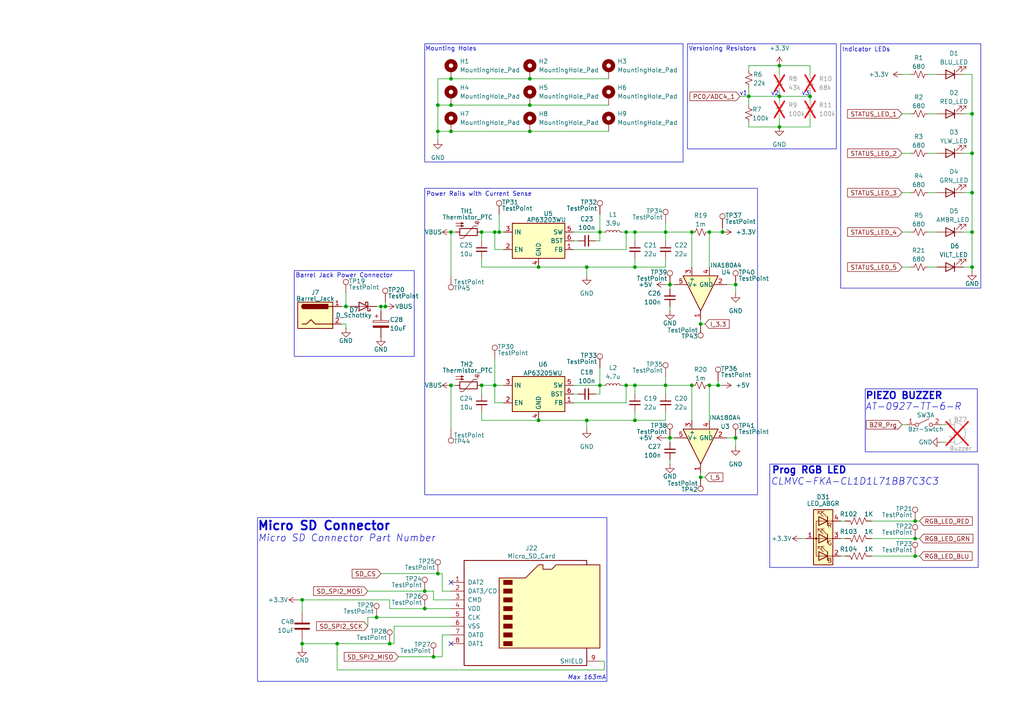
<source format=kicad_sch>
(kicad_sch (version 20250114) (generator "eeschema") (generator_version "9.0")
  (paper "A4")
  (rectangle (start 223.266 134.62) (end 283.718 164.592))
  (rectangle (start 297.434 172.974) (end 349.25 211.836))
  (rectangle (start 123.19 54.61) (end 219.71 143.51))
  (rectangle (start 74.676 150.114) (end 176.022 197.612))
  (rectangle (start 250.952 112.776) (end 283.464 131.064))
  (rectangle (start 85.344 78.486) (end 120.142 103.378))
  (rectangle (start 243.84 12.7) (end 284.48 83.566))
  (rectangle (start 199.39 12.7) (end 242.57 43.18))
  (rectangle (start 123.19 12.7) (end 198.12 46.99))
  (text "Power Rails with Current Sense" (at 138.938 56.388 0) (effects (font (size 1.27 1.27))))
  (text "AT-0927-TT-6-R" (at 250.952 119.253 0) (effects (font (size 2 2) (italic yes)) (justify left bottom)))
  (text "W25Q128JVP" (at 307.34 178.816 0) (effects (font (size 2.032 2.032) (italic yes))))
  (text "Flash Memory" (at 310.896 175.514 0) (effects (font (size 2.54 2.54) (thickness 0.508) (bold yes))))
  (text "CLMVC-FKA-CL1D1L71BB7C3C3" (at 223.52 140.97 0) (effects (font (size 2 2) (italic yes)) (justify left bottom)))
  (text "v1" (at 215.646 27.178 0) (effects (font (size 1.27 1.27))))
  (text "Mounting Holes" (at 130.81 14.224 0) (effects (font (size 1.27 1.27))))
  (text "Versioning Resistors" (at 209.55 14.224 0) (effects (font (size 1.27 1.27))))
  (text "Indicator LEDs" (at 251.206 14.478 0) (effects (font (size 1.27 1.27))))
  (text "Micro SD Connector Part Number" (at 100.584 156.21 0) (effects (font (size 2.032 2.032) (italic yes))))
  (text "Max 163mA" (at 170.18 196.596 0) (effects (font (size 1.27 1.27) (italic yes))))
  (text "Barrel Jack Power Connector" (at 99.822 80.01 0) (effects (font (size 1.27 1.27))))
  (text "PIEZO BUZZER" (at 250.952 116.078 0) (effects (font (size 2 2) (thickness 0.4) (bold yes)) (justify left bottom)))
  (text "v2" (at 224.79 27.178 0) (effects (font (size 1.27 1.27))))
  (text "Micro SD Connector" (at 93.98 152.654 0) (effects (font (size 2.54 2.54) (thickness 0.508) (bold yes))))
  (text "128Mb (12MB) flash memory for flight data storage\n" (at 323.596 210.82 0) (effects (font (size 1.27 1.27) (italic yes))))
  (text "Prog RGB LED" (at 223.774 137.668 0) (effects (font (size 2 2) (thickness 0.4) (bold yes)) (justify left bottom)))
  (text "v3" (at 233.68 27.178 0) (effects (font (size 1.27 1.27))))
  (junction (at 113.03 186.69))
  (junction (at 130.81 38.1))
  (junction (at 317.5 198.12))
  (junction (at 156.21 77.47))
  (junction (at 281.94 44.45))
  (junction (at 281.94 55.88))
  (junction (at 203.2 93.98))
  (junction (at 170.18 121.92))
  (junction (at 226.06 36.83))
  (junction (at 130.81 30.48))
  (junction (at 109.22 179.07))
  (junction (at 100.33 88.9))
  (junction (at 127 30.48))
  (junction (at 153.67 38.1))
  (junction (at 123.19 171.45))
  (junction (at 281.94 67.31))
  (junction (at 194.31 127))
  (junction (at 328.93 208.28))
  (junction (at 265.43 151.13))
  (junction (at 143.51 111.76))
  (junction (at 205.74 111.76))
  (junction (at 184.15 77.47))
  (junction (at 127 38.1))
  (junction (at 265.43 161.29))
  (junction (at 205.74 67.31))
  (junction (at 130.81 67.31))
  (junction (at 153.67 30.48))
  (junction (at 139.7 111.76))
  (junction (at 127 166.37))
  (junction (at 200.66 111.76))
  (junction (at 281.94 33.02))
  (junction (at 87.63 173.99))
  (junction (at 170.18 77.47))
  (junction (at 130.81 22.86))
  (junction (at 200.66 67.31))
  (junction (at 87.63 186.69))
  (junction (at 173.99 111.76))
  (junction (at 213.36 82.55))
  (junction (at 181.61 111.76))
  (junction (at 203.2 138.43))
  (junction (at 173.99 67.31))
  (junction (at 217.17 27.94))
  (junction (at 153.67 22.86))
  (junction (at 125.73 190.5))
  (junction (at 156.21 121.92))
  (junction (at 265.43 156.21))
  (junction (at 193.04 67.31))
  (junction (at 181.61 67.31))
  (junction (at 184.15 111.76))
  (junction (at 193.04 111.76))
  (junction (at 143.51 67.31))
  (junction (at 281.94 77.47))
  (junction (at 209.55 67.31))
  (junction (at 139.7 67.31))
  (junction (at 226.06 19.05))
  (junction (at 130.81 111.76))
  (junction (at 194.31 82.55))
  (junction (at 110.49 88.9))
  (junction (at 208.28 111.76))
  (junction (at 184.15 121.92))
  (junction (at 226.06 27.94))
  (junction (at 97.79 186.69))
  (junction (at 184.15 67.31))
  (junction (at 234.95 27.94))
  (junction (at 111.76 88.9))
  (junction (at 144.78 67.31))
  (junction (at 123.19 176.53))
  (junction (at 213.36 127))
  (no_connect (at 130.81 186.69))
  (no_connect (at 130.81 168.91))
  (wire (pts (xy 139.7 67.31) (xy 139.7 69.85)))
  (wire (pts (xy 110.49 88.9) (xy 111.76 88.9)))
  (wire (pts (xy 143.51 111.76) (xy 146.05 111.76)))
  (wire (pts (xy 173.99 67.31) (xy 173.99 69.85)))
  (wire (pts (xy 113.03 176.53) (xy 123.19 176.53)))
  (wire (pts (xy 166.37 69.85) (xy 167.64 69.85)))
  (wire (pts (xy 110.49 90.17) (xy 110.49 88.9)))
  (wire (pts (xy 114.3 181.61) (xy 130.81 181.61)))
  (wire (pts (xy 130.81 124.46) (xy 130.81 111.76)))
  (wire (pts (xy 144.78 67.31) (xy 146.05 67.31)))
  (wire (pts (xy 143.51 67.31) (xy 143.51 72.39)))
  (wire (pts (xy 226.06 26.67) (xy 226.06 27.94)))
  (wire (pts (xy 181.61 67.31) (xy 184.15 67.31)))
  (wire (pts (xy 265.43 151.13) (xy 252.73 151.13)))
  (wire (pts (xy 245.11 156.21) (xy 243.84 156.21)))
  (wire (pts (xy 328.93 207.01) (xy 328.93 208.28)))
  (wire (pts (xy 208.28 110.49) (xy 208.28 111.76)))
  (wire (pts (xy 226.06 27.94) (xy 234.95 27.94)))
  (wire (pts (xy 317.5 196.85) (xy 318.77 196.85)))
  (wire (pts (xy 153.67 38.1) (xy 176.53 38.1)))
  (wire (pts (xy 106.68 179.07) (xy 109.22 179.07)))
  (wire (pts (xy 234.95 19.05) (xy 234.95 21.59)))
  (wire (pts (xy 279.4 33.02) (xy 281.94 33.02)))
  (wire (pts (xy 261.62 67.31) (xy 264.16 67.31)))
  (wire (pts (xy 203.2 92.71) (xy 203.2 93.98)))
  (wire (pts (xy 170.18 77.47) (xy 156.21 77.47)))
  (wire (pts (xy 266.7 161.29) (xy 265.43 161.29)))
  (wire (pts (xy 99.06 88.9) (xy 100.33 88.9)))
  (wire (pts (xy 166.37 72.39) (xy 181.61 72.39)))
  (wire (pts (xy 184.15 114.3) (xy 184.15 111.76)))
  (wire (pts (xy 123.19 171.45) (xy 125.73 171.45)))
  (wire (pts (xy 331.47 208.28) (xy 328.93 208.28)))
  (wire (pts (xy 317.5 194.31) (xy 318.77 194.31)))
  (wire (pts (xy 127 38.1) (xy 130.81 38.1)))
  (wire (pts (xy 208.28 111.76) (xy 209.55 111.76)))
  (wire (pts (xy 156.21 121.92) (xy 170.18 121.92)))
  (wire (pts (xy 261.62 21.59) (xy 264.16 21.59)))
  (wire (pts (xy 175.26 191.77) (xy 175.26 194.31)))
  (wire (pts (xy 217.17 19.05) (xy 226.06 19.05)))
  (wire (pts (xy 217.17 25.4) (xy 217.17 27.94)))
  (wire (pts (xy 110.49 166.37) (xy 127 166.37)))
  (wire (pts (xy 125.73 171.45) (xy 125.73 173.99)))
  (wire (pts (xy 128.27 190.5) (xy 128.27 184.15)))
  (wire (pts (xy 173.99 67.31) (xy 175.26 67.31)))
  (wire (pts (xy 143.51 72.39) (xy 146.05 72.39)))
  (wire (pts (xy 181.61 111.76) (xy 184.15 111.76)))
  (wire (pts (xy 170.18 77.47) (xy 184.15 77.47)))
  (wire (pts (xy 234.95 36.83) (xy 234.95 34.29)))
  (wire (pts (xy 205.74 111.76) (xy 205.74 121.92)))
  (wire (pts (xy 130.81 67.31) (xy 132.08 67.31)))
  (wire (pts (xy 100.33 85.09) (xy 100.33 88.9)))
  (wire (pts (xy 266.7 151.13) (xy 265.43 151.13)))
  (wire (pts (xy 130.81 80.01) (xy 130.81 67.31)))
  (wire (pts (xy 205.74 67.31) (xy 205.74 77.47)))
  (wire (pts (xy 153.67 30.48) (xy 176.53 30.48)))
  (wire (pts (xy 269.24 33.02) (xy 271.78 33.02)))
  (wire (pts (xy 97.79 186.69) (xy 97.79 194.31)))
  (wire (pts (xy 100.33 93.98) (xy 99.06 93.98)))
  (wire (pts (xy 245.11 151.13) (xy 243.84 151.13)))
  (wire (pts (xy 214.63 27.94) (xy 217.17 27.94)))
  (wire (pts (xy 144.78 62.23) (xy 144.78 67.31)))
  (wire (pts (xy 200.66 111.76) (xy 200.66 121.92)))
  (wire (pts (xy 327.66 208.28) (xy 328.93 208.28)))
  (wire (pts (xy 180.34 67.31) (xy 181.61 67.31)))
  (wire (pts (xy 128.27 184.15) (xy 130.81 184.15)))
  (wire (pts (xy 265.43 156.21) (xy 252.73 156.21)))
  (wire (pts (xy 109.22 179.07) (xy 130.81 179.07)))
  (wire (pts (xy 217.17 27.94) (xy 217.17 30.48)))
  (wire (pts (xy 281.94 67.31) (xy 279.4 67.31)))
  (wire (pts (xy 180.34 111.76) (xy 181.61 111.76)))
  (wire (pts (xy 173.99 106.68) (xy 173.99 111.76)))
  (wire (pts (xy 130.81 30.48) (xy 153.67 30.48)))
  (wire (pts (xy 173.99 111.76) (xy 175.26 111.76)))
  (wire (pts (xy 113.03 186.69) (xy 97.79 186.69)))
  (wire (pts (xy 205.74 67.31) (xy 209.55 67.31)))
  (wire (pts (xy 203.2 137.16) (xy 203.2 138.43)))
  (wire (pts (xy 317.5 186.69) (xy 318.77 186.69)))
  (wire (pts (xy 130.81 22.86) (xy 127 22.86)))
  (wire (pts (xy 316.23 198.12) (xy 317.5 198.12)))
  (wire (pts (xy 232.41 156.21) (xy 233.68 156.21)))
  (wire (pts (xy 281.94 21.59) (xy 281.94 33.02)))
  (wire (pts (xy 143.51 67.31) (xy 144.78 67.31)))
  (wire (pts (xy 193.04 64.77) (xy 193.04 67.31)))
  (wire (pts (xy 200.66 67.31) (xy 200.66 77.47)))
  (wire (pts (xy 261.62 123.19) (xy 262.89 123.19)))
  (wire (pts (xy 139.7 77.47) (xy 156.21 77.47)))
  (wire (pts (xy 139.7 119.38) (xy 139.7 121.92)))
  (wire (pts (xy 281.94 67.31) (xy 281.94 77.47)))
  (wire (pts (xy 139.7 111.76) (xy 139.7 114.3)))
  (wire (pts (xy 130.81 38.1) (xy 153.67 38.1)))
  (wire (pts (xy 317.5 191.77) (xy 318.77 191.77)))
  (wire (pts (xy 193.04 111.76) (xy 184.15 111.76)))
  (wire (pts (xy 194.31 133.35) (xy 194.31 134.62)))
  (wire (pts (xy 245.11 161.29) (xy 243.84 161.29)))
  (wire (pts (xy 193.04 121.92) (xy 193.04 119.38)))
  (wire (pts (xy 143.51 104.14) (xy 143.51 111.76)))
  (wire (pts (xy 184.15 67.31) (xy 184.15 69.85)))
  (wire (pts (xy 318.77 199.39) (xy 317.5 199.39)))
  (wire (pts (xy 87.63 173.99) (xy 87.63 177.8)))
  (wire (pts (xy 153.67 22.86) (xy 176.53 22.86)))
  (wire (pts (xy 217.17 36.83) (xy 226.06 36.83)))
  (wire (pts (xy 170.18 121.92) (xy 184.15 121.92)))
  (wire (pts (xy 184.15 74.93) (xy 184.15 77.47)))
  (wire (pts (xy 194.31 88.9) (xy 194.31 90.17)))
  (wire (pts (xy 114.3 186.69) (xy 113.03 186.69)))
  (wire (pts (xy 331.47 207.01) (xy 331.47 208.28)))
  (wire (pts (xy 87.63 186.69) (xy 87.63 185.42)))
  (wire (pts (xy 139.7 67.31) (xy 143.51 67.31)))
  (wire (pts (xy 166.37 114.3) (xy 167.64 114.3)))
  (wire (pts (xy 115.57 190.5) (xy 125.73 190.5)))
  (wire (pts (xy 269.24 55.88) (xy 271.78 55.88)))
  (wire (pts (xy 217.17 27.94) (xy 226.06 27.94)))
  (wire (pts (xy 269.24 21.59) (xy 271.78 21.59)))
  (wire (pts (xy 114.3 181.61) (xy 114.3 186.69)))
  (wire (pts (xy 170.18 121.92) (xy 170.18 124.46)))
  (wire (pts (xy 127 22.86) (xy 127 30.48)))
  (wire (pts (xy 193.04 114.3) (xy 193.04 111.76)))
  (wire (pts (xy 111.76 87.63) (xy 111.76 88.9)))
  (wire (pts (xy 234.95 26.67) (xy 234.95 27.94)))
  (wire (pts (xy 87.63 187.96) (xy 87.63 186.69)))
  (wire (pts (xy 217.17 35.56) (xy 217.17 36.83)))
  (wire (pts (xy 184.15 67.31) (xy 193.04 67.31)))
  (wire (pts (xy 170.18 77.47) (xy 170.18 80.01)))
  (wire (pts (xy 127 30.48) (xy 130.81 30.48)))
  (wire (pts (xy 193.04 127) (xy 194.31 127)))
  (wire (pts (xy 184.15 121.92) (xy 193.04 121.92)))
  (wire (pts (xy 328.93 180.34) (xy 327.66 180.34)))
  (wire (pts (xy 194.31 82.55) (xy 195.58 82.55)))
  (wire (pts (xy 217.17 20.32) (xy 217.17 19.05)))
  (wire (pts (xy 173.99 62.23) (xy 173.99 67.31)))
  (wire (pts (xy 279.4 55.88) (xy 281.94 55.88)))
  (wire (pts (xy 281.94 33.02) (xy 281.94 44.45)))
  (wire (pts (xy 128.27 166.37) (xy 128.27 171.45)))
  (wire (pts (xy 226.06 19.05) (xy 226.06 21.59)))
  (wire (pts (xy 125.73 190.5) (xy 128.27 190.5)))
  (wire (pts (xy 128.27 171.45) (xy 130.81 171.45)))
  (wire (pts (xy 261.62 33.02) (xy 264.16 33.02)))
  (wire (pts (xy 139.7 74.93) (xy 139.7 77.47)))
  (wire (pts (xy 279.4 21.59) (xy 281.94 21.59)))
  (wire (pts (xy 281.94 55.88) (xy 281.94 67.31)))
  (wire (pts (xy 127 38.1) (xy 127 40.64)))
  (wire (pts (xy 193.04 109.22) (xy 193.04 111.76)))
  (wire (pts (xy 184.15 77.47) (xy 193.04 77.47)))
  (wire (pts (xy 279.4 44.45) (xy 281.94 44.45)))
  (wire (pts (xy 226.06 34.29) (xy 226.06 36.83)))
  (wire (pts (xy 193.04 67.31) (xy 193.04 69.85)))
  (wire (pts (xy 281.94 44.45) (xy 281.94 55.88)))
  (wire (pts (xy 269.24 77.47) (xy 271.78 77.47)))
  (wire (pts (xy 87.63 186.69) (xy 97.79 186.69)))
  (wire (pts (xy 210.82 127) (xy 213.36 127)))
  (wire (pts (xy 184.15 119.38) (xy 184.15 121.92)))
  (wire (pts (xy 181.61 116.84) (xy 181.61 111.76)))
  (wire (pts (xy 100.33 88.9) (xy 101.6 88.9)))
  (wire (pts (xy 234.95 27.94) (xy 234.95 29.21)))
  (wire (pts (xy 181.61 67.31) (xy 181.61 72.39)))
  (wire (pts (xy 213.36 127) (xy 213.36 129.54)))
  (wire (pts (xy 109.22 88.9) (xy 110.49 88.9)))
  (wire (pts (xy 226.06 19.05) (xy 234.95 19.05)))
  (wire (pts (xy 261.62 77.47) (xy 264.16 77.47)))
  (wire (pts (xy 193.04 111.76) (xy 200.66 111.76)))
  (wire (pts (xy 166.37 111.76) (xy 173.99 111.76)))
  (wire (pts (xy 173.99 114.3) (xy 172.72 114.3)))
  (wire (pts (xy 123.19 176.53) (xy 130.81 176.53)))
  (wire (pts (xy 279.4 77.47) (xy 281.94 77.47)))
  (wire (pts (xy 86.36 173.99) (xy 87.63 173.99)))
  (wire (pts (xy 209.55 66.04) (xy 209.55 67.31)))
  (wire (pts (xy 173.99 111.76) (xy 173.99 114.3)))
  (wire (pts (xy 269.24 44.45) (xy 271.78 44.45)))
  (wire (pts (xy 127 166.37) (xy 128.27 166.37)))
  (wire (pts (xy 106.68 179.07) (xy 106.68 181.61)))
  (wire (pts (xy 113.03 173.99) (xy 113.03 176.53)))
  (wire (pts (xy 143.51 111.76) (xy 143.51 116.84)))
  (wire (pts (xy 226.06 36.83) (xy 234.95 36.83)))
  (wire (pts (xy 130.81 22.86) (xy 153.67 22.86)))
  (wire (pts (xy 203.2 138.43) (xy 204.47 138.43)))
  (wire (pts (xy 193.04 82.55) (xy 194.31 82.55)))
  (wire (pts (xy 317.5 199.39) (xy 317.5 198.12)))
  (wire (pts (xy 265.43 161.29) (xy 252.73 161.29)))
  (wire (pts (xy 125.73 173.99) (xy 130.81 173.99)))
  (wire (pts (xy 273.05 128.27) (xy 274.32 128.27)))
  (wire (pts (xy 143.51 116.84) (xy 146.05 116.84)))
  (wire (pts (xy 100.33 93.98) (xy 100.33 95.25)))
  (wire (pts (xy 127 30.48) (xy 127 38.1)))
  (wire (pts (xy 87.63 173.99) (xy 113.03 173.99)))
  (wire (pts (xy 106.68 171.45) (xy 123.19 171.45)))
  (wire (pts (xy 269.24 67.31) (xy 271.78 67.31)))
  (wire (pts (xy 261.62 55.88) (xy 264.16 55.88)))
  (wire (pts (xy 317.5 189.23) (xy 318.77 189.23)))
  (wire (pts (xy 193.04 77.47) (xy 193.04 74.93)))
  (wire (pts (xy 139.7 121.92) (xy 156.21 121.92)))
  (wire (pts (xy 173.99 69.85) (xy 172.72 69.85)))
  (wire (pts (xy 194.31 82.55) (xy 194.31 83.82)))
  (wire (pts (xy 226.06 27.94) (xy 226.06 29.21)))
  (wire (pts (xy 317.5 198.12) (xy 317.5 196.85)))
  (wire (pts (xy 210.82 82.55) (xy 213.36 82.55)))
  (wire (pts (xy 194.31 127) (xy 195.58 127)))
  (wire (pts (xy 194.31 127) (xy 194.31 128.27)))
  (wire (pts (xy 130.81 111.76) (xy 132.08 111.76)))
  (wire (pts (xy 205.74 111.76) (xy 208.28 111.76)))
  (wire (pts (xy 166.37 67.31) (xy 173.99 67.31)))
  (wire (pts (xy 97.79 194.31) (xy 175.26 194.31)))
  (wire (pts (xy 273.05 123.19) (xy 274.32 123.19)))
  (wire (pts (xy 328.93 181.61) (xy 328.93 180.34)))
  (wire (pts (xy 166.37 116.84) (xy 181.61 116.84)))
  (wire (pts (xy 213.36 82.55) (xy 213.36 85.09)))
  (wire (pts (xy 203.2 93.98) (xy 204.47 93.98)))
  (wire (pts (xy 193.04 67.31) (xy 200.66 67.31)))
  (wire (pts (xy 281.94 77.47) (xy 281.94 78.74)))
  (wire (pts (xy 173.99 191.77) (xy 175.26 191.77)))
  (wire (pts (xy 266.7 156.21) (xy 265.43 156.21)))
  (wire (pts (xy 261.62 44.45) (xy 264.16 44.45)))
  (wire (pts (xy 139.7 111.76) (xy 143.51 111.76)))
  (global_label "STATUS_LED_4" (shape input) (at 261.62 67.31 180) (property "Intersheetrefs" "${INTERSHEET_REFS}" (effects (hide yes))))
  (global_label "MULTI_SPI_SCK" (shape input) (at 317.5 189.23 180) (property "Intersheetrefs" "${INTERSHEET_REFS}" (effects (hide yes))))
  (global_label "PC0{slash}ADC4_1" (shape input) (at 214.63 27.94 180) (property "Intersheetrefs" "${INTERSHEET_REFS}" (effects (hide yes))))
  (global_label "STATUS_LED_1" (shape input) (at 261.62 33.02 180) (property "Intersheetrefs" "${INTERSHEET_REFS}" (effects (hide yes))))
  (global_label "BZR_Prg" (shape input) (at 261.62 123.19 180) (property "Intersheetrefs" "${INTERSHEET_REFS}" (effects (hide yes))))
  (global_label "RGB_LED_BLU" (shape input) (at 266.7 161.29 0) (property "Intersheetrefs" "${INTERSHEET_REFS}" (effects (hide yes))))
  (global_label "SD_SPI2_SCK" (shape input) (at 106.68 181.61 180) (property "Intersheetrefs" "${INTERSHEET_REFS}" (effects (hide yes))))
  (global_label "RGB_LED_GRN" (shape input) (at 266.7 156.21 0) (property "Intersheetrefs" "${INTERSHEET_REFS}" (effects (hide yes))))
  (global_label "RGB_LED_RED" (shape input) (at 266.7 151.13 0) (property "Intersheetrefs" "${INTERSHEET_REFS}" (effects (hide yes))))
  (global_label "SD_CS" (shape input) (at 110.49 166.37 180) (property "Intersheetrefs" "${INTERSHEET_REFS}" (effects (hide yes))))
  (global_label "STATUS_LED_3" (shape input) (at 261.62 55.88 180) (property "Intersheetrefs" "${INTERSHEET_REFS}" (effects (hide yes))))
  (global_label "STATUS_LED_2" (shape input) (at 261.62 44.45 180) (property "Intersheetrefs" "${INTERSHEET_REFS}" (effects (hide yes))))
  (global_label "I_3.3" (shape input) (at 204.47 93.98 0) (property "Intersheetrefs" "${INTERSHEET_REFS}" (effects (hide yes))))
  (global_label "I_5" (shape input) (at 204.47 138.43 0) (property "Intersheetrefs" "${INTERSHEET_REFS}" (effects (hide yes))))
  (global_label "SD_SPI2_MOSI" (shape input) (at 106.68 171.45 180) (property "Intersheetrefs" "${INTERSHEET_REFS}" (effects (hide yes))))
  (global_label "SD_SPI2_MISO" (shape input) (at 115.57 190.5 180) (property "Intersheetrefs" "${INTERSHEET_REFS}" (effects (hide yes))))
  (global_label "STATUS_LED_5" (shape input) (at 261.62 77.47 180) (property "Intersheetrefs" "${INTERSHEET_REFS}" (effects (hide yes))))
  (global_label "MULTI_SPI_MISO" (shape input) (at 317.5 194.31 180) (property "Intersheetrefs" "${INTERSHEET_REFS}" (effects (hide yes))))
  (symbol (lib_id "power:VBUS") (at 130.81 67.31 90) (unit 1)
    (property "Reference" "#PWR061" (effects (hide yes)))
    (property "Value" "VBUS" (at 128.27 67.31 90) (effects (justify left)))
    (property "Description" "Power symbol creates a global label with name \"VBUS\"" (effects (hide yes)))
  )
  (symbol (lib_id "Device:Thermistor_PTC") (at 135.89 111.76 270) (unit 1)
    (property "Reference" "TH2" (at 135.382 105.664 90))
    (property "Value" "Thermistor_PTC" (at 135.636 107.442 90))
    (property "Footprint" "Resistor_SMD:R_0603_1608Metric" (effects (hide yes)))
    (property "Datasheet" "https://www.digikey.com/en/products/detail/epcos-tdk-electronics/B59641A0105A062/2273323" (effects (hide yes)))
    (property "Description" "Temperature dependent resistor, positive temperature coefficient" (effects (hide yes)))
  )
  (symbol (lib_id "power:GND") (at 281.94 78.74 0) (unit 1)
    (property "Reference" "#PWR01" (effects (hide yes)))
    (property "Value" "GND" (at 281.94 82.296 0))
    (property "Description" "Power symbol creates a global label with name \"GND\" , ground" (effects (hide yes)))
  )
  (symbol (lib_id "power:+3.3V") (at 261.62 21.59 90) (unit 1)
    (property "Reference" "#PWR05" (effects (hide yes)))
    (property "Value" "+3.3V" (at 257.81 21.5899 90) (effects (justify left)))
    (property "Description" "Power symbol creates a global label with name \"+3.3V\"" (effects (hide yes)))
  )
  (symbol (lib_id "power:GND") (at 170.18 80.01 0) (unit 1)
    (property "Reference" "#PWR064" (effects (hide yes)))
    (property "Value" "GND" (at 170.18 85.09 0))
    (property "Description" "Power symbol creates a global label with name \"GND\" , ground" (effects (hide yes)))
  )
  (symbol (lib_id "Device:R_US") (at 248.92 151.13 270) (mirror x) (unit 1) (in_bom no) (on_board no)
    (property "Reference" "R102" (at 246.126 149.098 90))
    (property "Value" "1K" (at 251.968 149.098 90))
    (property "Footprint" "Resistor_SMD:R_0805_2012Metric" (effects (hide yes)))
  )
  (symbol (lib_id "power:+5V") (at 193.04 82.55 90) (unit 1)
    (property "Reference" "#PWR069" (effects (hide yes)))
    (property "Value" "+5V" (at 189.23 82.5499 90) (effects (justify left)))
    (property "Description" "Power symbol creates a global label with name \"+5V\"" (effects (hide yes)))
  )
  (symbol (lib_id "Connector:TestPoint") (at 123.19 176.53 0) (mirror y) (unit 1)
    (property "Reference" "TP26" (at 122.428 172.974 0) (effects (justify left)))
    (property "Value" "TestPoint" (at 122.428 174.752 0) (effects (justify left)))
    (property "Footprint" "TestPoint:TestPoint_Pad_D1.0mm" (effects (hide yes)))
    (property "Description" "test point" (effects (hide yes)))
  )
  (symbol (lib_id "power:+5V") (at 193.04 127 90) (unit 1)
    (property "Reference" "#PWR068" (effects (hide yes)))
    (property "Value" "+5V" (at 189.23 126.9999 90) (effects (justify left)))
    (property "Description" "Power symbol creates a global label with name \"+5V\"" (effects (hide yes)))
  )
  (symbol (lib_id "power:+3.3V") (at 226.06 19.05 0) (unit 1)
    (property "Reference" "#PWR03" (effects (hide yes)))
    (property "Value" "+3.3V" (at 226.06 13.97 0))
    (property "Description" "Power symbol creates a global label with name \"+3.3V\"" (effects (hide yes)))
  )
  (symbol (lib_id "Device:C_Small") (at 139.7 72.39 0) (mirror y) (unit 1)
    (property "Reference" "C25" (at 137.16 71.1262 0) (effects (justify left)))
    (property "Value" "10u" (at 137.16 73.6662 0) (effects (justify left)))
    (property "Footprint" "Capacitor_SMD:C_1210_3225Metric" (effects (hide yes)))
    (property "Description" "Unpolarized capacitor, small symbol" (effects (hide yes)))
  )
  (symbol (lib_id "Connector:TestPoint") (at 143.51 104.14 0) (unit 1)
    (property "Reference" "TP30" (at 144.272 100.584 0) (effects (justify left)))
    (property "Value" "TestPoint" (at 144.272 102.362 0) (effects (justify left)))
    (property "Footprint" "TestPoint:TestPoint_Pad_D1.0mm" (effects (hide yes)))
    (property "Description" "test point" (effects (hide yes)))
  )
  (symbol (lib_id "power:GND") (at 170.18 124.46 0) (unit 1)
    (property "Reference" "#PWR066" (effects (hide yes)))
    (property "Value" "GND" (at 170.18 129.54 0))
    (property "Description" "Power symbol creates a global label with name \"GND\" , ground" (effects (hide yes)))
  )
  (symbol (lib_id "Device:R_Small_US") (at 266.7 67.31 90) (unit 1)
    (property "Reference" "R5" (at 266.446 62.484 90))
    (property "Value" "680" (at 266.446 65.024 90))
    (property "Footprint" "Resistor_SMD:R_0603_1608Metric" (effects (hide yes)))
    (property "Description" "Resistor, small US symbol" (effects (hide yes)))
  )
  (symbol (lib_id "power:GND") (at 273.05 128.27 270) (unit 1) (in_bom no) (on_board no)
    (property "Reference" "#PWR0231" (effects (hide yes)))
    (property "Value" "GND" (at 270.51 128.27 90) (effects (justify right)))
  )
  (symbol (lib_id "Device:C_Small") (at 139.7 116.84 0) (mirror y) (unit 1)
    (property "Reference" "C24" (at 137.16 115.5762 0) (effects (justify left)))
    (property "Value" "10u" (at 137.16 118.1162 0) (effects (justify left)))
    (property "Footprint" "Capacitor_SMD:C_1210_3225Metric" (effects (hide yes)))
    (property "Description" "Unpolarized capacitor, small symbol" (effects (hide yes)))
  )
  (symbol (lib_id "Regulator_Switching:AP63205WU") (at 156.21 114.3 0) (unit 1)
    (property "Reference" "U6" (at 157.48 105.664 0))
    (property "Value" "AP63205WU" (at 157.48 108.204 0))
    (property "Footprint" "Package_TO_SOT_SMD:TSOT-23-6" (effects (hide yes)))
    (property "Datasheet" "https://www.diodes.com/assets/Datasheets/AP63200-AP63201-AP63203-AP63205.pdf" (effects (hide yes)))
    (property "Description" "2A, 1.1MHz Buck DC/DC Converter, fixed 5.0V output voltage, TSOT-23-6" (effects (hide yes)))
  )
  (symbol (lib_id "Device:R_Small_US") (at 226.06 24.13 0) (unit 1) (on_board no) (dnp yes)
    (property "Reference" "R8" (at 228.6 22.8599 0) (effects (justify left)))
    (property "Value" "43k" (at 228.6 25.3999 0) (effects (justify left)))
    (property "Footprint" "Resistor_SMD:R_0603_1608Metric" (effects (hide yes)))
    (property "Description" "Resistor, small US symbol" (effects (hide yes)))
  )
  (symbol (lib_id "Connector:TestPoint") (at 125.73 190.5 0) (mirror y) (unit 1)
    (property "Reference" "TP27" (at 124.968 186.944 0) (effects (justify left)))
    (property "Value" "TestPoint" (at 124.968 188.722 0) (effects (justify left)))
    (property "Footprint" "TestPoint:TestPoint_Pad_D1.0mm" (effects (hide yes)))
    (property "Description" "test point" (effects (hide yes)))
  )
  (symbol (lib_id "Connector:TestPoint") (at 130.81 124.46 180) (unit 1)
    (property "Reference" "TP44" (at 131.572 128.016 0) (effects (justify right)))
    (property "Value" "TestPoint" (at 131.572 126.238 0) (effects (justify right)))
    (property "Footprint" "TestPoint:TestPoint_Pad_D1.0mm" (effects (hide yes)))
    (property "Description" "test point" (effects (hide yes)))
  )
  (symbol (lib_id "power:GND") (at 213.36 85.09 0) (unit 1)
    (property "Reference" "#PWR070" (effects (hide yes)))
    (property "Value" "GND" (at 213.36 90.17 0))
    (property "Description" "Power symbol creates a global label with name \"GND\" , ground" (effects (hide yes)))
  )
  (symbol (lib_id "Connector:TestPoint") (at 265.43 151.13 0) (mirror y) (unit 1)
    (property "Reference" "TP21" (at 264.668 147.574 0) (effects (justify left)))
    (property "Value" "TestPoint" (at 264.668 149.352 0) (effects (justify left)))
    (property "Footprint" "TestPoint:TestPoint_Pad_D1.0mm" (effects (hide yes)))
    (property "Description" "test point" (effects (hide yes)))
  )
  (symbol (lib_id "Device:LED") (at 275.59 44.45 180) (unit 1)
    (property "Reference" "D3" (at 276.6695 38.354 0))
    (property "Value" "YLW_LED" (at 276.6695 40.894 0))
    (property "Footprint" "LED_SMD:LED_0805_2012Metric_Pad1.15x1.40mm_HandSolder" (effects (hide yes)))
    (property "Description" "Light emitting diode" (effects (hide yes)))
    (property "Sim.Pins" "1=K 2=A" (effects (hide yes)))
  )
  (symbol (lib_id "Regulator_Switching:AP63203WU") (at 156.21 69.85 0) (unit 1)
    (property "Reference" "U5" (at 159.004 61.976 0))
    (property "Value" "AP63203WU" (at 158.496 63.754 0))
    (property "Footprint" "Package_TO_SOT_SMD:TSOT-23-6" (effects (hide yes)))
    (property "Datasheet" "https://www.diodes.com/assets/Datasheets/AP63200-AP63201-AP63203-AP63205.pdf" (effects (hide yes)))
    (property "Description" "2A, 1.1MHz Buck DC/DC Converter, fixed 3.3V output voltage, TSOT-23-6" (effects (hide yes)))
  )
  (symbol (lib_id "Connector:TestPoint") (at 100.33 85.09 0) (unit 1)
    (property "Reference" "TP19" (at 101.092 81.534 0) (effects (justify left)))
    (property "Value" "TestPoint" (at 101.092 83.312 0) (effects (justify left)))
    (property "Footprint" "TestPoint:TestPoint_Pad_D1.0mm" (effects (hide yes)))
    (property "Description" "test point" (effects (hide yes)))
  )
  (symbol (lib_id "Mechanical:MountingHole_Pad") (at 153.67 20.32 0) (unit 1) (exclude_from_sim yes) (in_bom no)
    (property "Reference" "H2" (at 156.21 17.7799 0) (effects (justify left)))
    (property "Value" "MountingHole_Pad" (at 156.21 20.3199 0) (effects (justify left)))
    (property "Footprint" "MountingHole:MountingHole_3.2mm_M3_Pad" (effects (hide yes)))
    (property "Description" "Mounting Hole with connection" (effects (hide yes)))
  )
  (symbol (lib_id "Device:C_Small") (at 184.15 116.84 0) (unit 1)
    (property "Reference" "C19" (at 186.69 115.5762 0) (effects (justify left)))
    (property "Value" "22u" (at 186.69 118.1162 0) (effects (justify left)))
    (property "Footprint" "Capacitor_SMD:C_1210_3225Metric" (effects (hide yes)))
    (property "Description" "Unpolarized capacitor, small symbol" (effects (hide yes)))
  )
  (symbol (lib_id "Connector:TestPoint") (at 127 166.37 0) (mirror y) (unit 1)
    (property "Reference" "TP25" (at 126.238 162.814 0) (effects (justify left)))
    (property "Value" "TestPoint" (at 126.238 164.592 0) (effects (justify left)))
    (property "Footprint" "TestPoint:TestPoint_Pad_D1.0mm" (effects (hide yes)))
    (property "Description" "test point" (effects (hide yes)))
  )
  (symbol (lib_id "Connector:Micro_SD_Card") (at 153.67 176.53 0) (unit 1)
    (property "Reference" "J22" (at 154.178 159.004 0))
    (property "Value" "Micro_SD_Card" (at 154.178 161.29 0))
    (property "Footprint" "Connector_Card:microSD_HC_Hirose_DM3AT-SF-PEJM5" (effects (hide yes)))
    (property "Datasheet" "http://katalog.we-online.de/em/datasheet/693072010801.pdf" (effects (hide yes)))
    (property "Description" "Micro SD Card Socket" (effects (hide yes)))
  )
  (symbol (lib_id "Connector:TestPoint") (at 123.19 171.45 0) (mirror y) (unit 1)
    (property "Reference" "TP24" (at 122.428 167.894 0) (effects (justify left)))
    (property "Value" "TestPoint" (at 122.428 169.672 0) (effects (justify left)))
    (property "Footprint" "TestPoint:TestPoint_Pad_D1.0mm" (effects (hide yes)))
    (property "Description" "test point" (effects (hide yes)))
  )
  (symbol (lib_id "Device:Buzzer") (at 276.86 125.73 0) (unit 1) (in_bom no) (on_board no) (dnp yes)
    (property "Reference" "BZ7" (at 276.606 121.666 0) (effects (justify left)))
    (property "Value" "Buzzer" (at 275.336 130.048 0) (effects (justify left)))
    (property "Footprint" "Buzzer_Beeper:MagneticBuzzer_PUI_AT-0927-TT-6-R" (effects (hide yes)))
    (property "Datasheet" "https://www.digikey.com/en/products/detail/pui-audio-inc/AT-0927-TT-6-R/5011396" (effects (hide yes)))
  )
  (symbol (lib_id "Mechanical:MountingHole_Pad") (at 176.53 35.56 0) (unit 1) (exclude_from_sim yes) (in_bom no)
    (property "Reference" "H9" (at 179.07 33.0199 0) (effects (justify left)))
    (property "Value" "MountingHole_Pad" (at 179.07 35.5599 0) (effects (justify left)))
    (property "Footprint" "MountingHole:MountingHole_3.2mm_M3_Pad" (effects (hide yes)))
    (property "Description" "Mounting Hole with connection" (effects (hide yes)))
  )
  (symbol (lib_id "Device:C") (at 87.63 181.61 0) (mirror y) (unit 1)
    (property "Reference" "C48" (at 85.344 180.34 0) (effects (justify left)))
    (property "Value" "10uF" (at 85.344 182.88 0) (effects (justify left)))
    (property "Footprint" "Capacitor_SMD:C_0603_1608Metric" (effects (hide yes)))
    (property "Description" "Unpolarized capacitor" (effects (hide yes)))
  )
  (symbol (lib_id "power:+5V") (at 209.55 111.76 270) (unit 1)
    (property "Reference" "#PWR063" (effects (hide yes)))
    (property "Value" "+5V" (at 213.36 111.7599 90) (effects (justify left)))
    (property "Description" "Power symbol creates a global label with name \"+5V\"" (effects (hide yes)))
  )
  (symbol (lib_id "Device:LED_ABGR") (at 238.76 156.21 0) (mirror y) (unit 1) (in_bom no) (on_board no)
    (property "Reference" "D31" (at 238.76 144.145 0))
    (property "Value" "LED_ABGR" (at 238.76 146.05 0))
    (property "Footprint" "LED_SMD:LED_Cree-PLCC4_2x2mm_CW" (effects (hide yes)))
    (property "Datasheet" "https://assets.cree-led.com/a/ds/h/HB-CLMVC-FKA.pdf" (effects (hide yes)))
  )
  (symbol (lib_id "Connector:TestPoint") (at 193.04 109.22 0) (mirror y) (unit 1)
    (property "Reference" "TP35" (at 192.278 105.664 0) (effects (justify left)))
    (property "Value" "TestPoint" (at 192.278 107.442 0) (effects (justify left)))
    (property "Footprint" "TestPoint:TestPoint_Pad_D1.0mm" (effects (hide yes)))
    (property "Description" "test point" (effects (hide yes)))
  )
  (symbol (lib_id "Amplifier_Current:INA180A4") (at 203.2 129.54 90) (mirror x) (unit 1)
    (property "Reference" "U3" (at 210.312 123.698 90))
    (property "Value" "INA180A4" (at 210.312 121.158 90))
    (property "Footprint" "Package_TO_SOT_SMD:SOT-23-5" (effects (hide yes)))
    (property "Datasheet" "http://www.ti.com/lit/ds/symlink/ina180.pdf" (effects (hide yes)))
    (property "Description" "Current Sense Amplifier, 1 Circuit, Rail-to-Rail, 26V, Gain 200 V/V, SOT-23-5" (effects (hide yes)))
  )
  (symbol (lib_id "power:+3.3V") (at 316.23 198.12 90) (unit 1) (in_bom no) (on_board no) (dnp yes)
    (property "Reference" "#PWR077" (effects (hide yes)))
    (property "Value" "+3.3V" (at 313.436 198.12 90) (effects (justify left)))
    (property "Description" "Power symbol creates a global label with name \"+3.3V\"" (effects (hide yes)))
  )
  (symbol (lib_id "Device:Thermistor_PTC") (at 135.89 67.31 270) (unit 1)
    (property "Reference" "TH1" (at 135.382 61.214 90))
    (property "Value" "Thermistor_PTC" (at 135.636 62.992 90))
    (property "Footprint" "Resistor_SMD:R_0603_1608Metric" (effects (hide yes)))
    (property "Datasheet" "https://www.digikey.com/en/products/detail/epcos-tdk-electronics/B59641A0105A062/2273323" (effects (hide yes)))
    (property "Description" "Temperature dependent resistor, positive temperature coefficient" (effects (hide yes)))
  )
  (symbol (lib_id "Connector:TestPoint") (at 193.04 64.77 0) (mirror y) (unit 1)
    (property "Reference" "TP34" (at 192.278 61.214 0) (effects (justify left)))
    (property "Value" "TestPoint" (at 192.278 62.992 0) (effects (justify left)))
    (property "Footprint" "TestPoint:TestPoint_Pad_D1.0mm" (effects (hide yes)))
    (property "Description" "test point" (effects (hide yes)))
  )
  (symbol (lib_id "power:+3.3V") (at 86.36 173.99 90) (unit 1)
    (property "Reference" "#PWR079" (effects (hide yes)))
    (property "Value" "+3.3V" (at 83.566 173.99 90) (effects (justify left)))
    (property "Description" "Power symbol creates a global label with name \"+3.3V\"" (effects (hide yes)))
  )
  (symbol (lib_id "power:GND") (at 194.31 134.62 0) (unit 1)
    (property "Reference" "#PWR072" (effects (hide yes)))
    (property "Value" "GND" (at 194.31 138.176 0))
    (property "Description" "Power symbol creates a global label with name \"GND\" , ground" (effects (hide yes)))
  )
  (symbol (lib_id "Connector:TestPoint") (at 203.2 93.98 180) (unit 1)
    (property "Reference" "TP43" (at 202.438 97.536 0) (effects (justify left)))
    (property "Value" "TestPoint" (at 202.438 95.758 0) (effects (justify left)))
    (property "Footprint" "TestPoint:TestPoint_Pad_D1.0mm" (effects (hide yes)))
    (property "Description" "test point" (effects (hide yes)))
  )
  (symbol (lib_id "Device:LED") (at 275.59 55.88 180) (unit 1)
    (property "Reference" "D4" (at 276.6695 49.784 0))
    (property "Value" "GRN_LED" (at 276.6695 52.324 0))
    (property "Footprint" "LED_SMD:LED_0805_2012Metric_Pad1.15x1.40mm_HandSolder" (effects (hide yes)))
    (property "Description" "Light emitting diode" (effects (hide yes)))
    (property "Sim.Pins" "1=K 2=A" (effects (hide yes)))
  )
  (symbol (lib_id "Connector:TestPoint") (at 213.36 127 0) (unit 1)
    (property "Reference" "TP41" (at 214.122 123.444 0) (effects (justify left)))
    (property "Value" "TestPoint" (at 214.122 125.222 0) (effects (justify left)))
    (property "Footprint" "TestPoint:TestPoint_Pad_D1.0mm" (effects (hide yes)))
    (property "Description" "test point" (effects (hide yes)))
  )
  (symbol (lib_id "power:VBUS") (at 130.81 111.76 90) (unit 1)
    (property "Reference" "#PWR084" (effects (hide yes)))
    (property "Value" "VBUS" (at 128.27 111.76 90) (effects (justify left)))
    (property "Description" "Power symbol creates a global label with name \"VBUS\"" (effects (hide yes)))
  )
  (symbol (lib_id "Connector:TestPoint") (at 109.22 179.07 0) (mirror y) (unit 1)
    (property "Reference" "TP29" (at 108.458 175.514 0) (effects (justify left)))
    (property "Value" "TestPoint" (at 108.458 177.292 0) (effects (justify left)))
    (property "Footprint" "TestPoint:TestPoint_Pad_D1.0mm" (effects (hide yes)))
    (property "Description" "test point" (effects (hide yes)))
  )
  (symbol (lib_id "Device:R_Small_US") (at 203.2 111.76 270) (unit 1)
    (property "Reference" "R20" (at 203.2 107.188 90))
    (property "Value" "1m" (at 203.2 109.728 90))
    (property "Footprint" "Resistor_SMD:R_1206_3216Metric" (effects (hide yes)))
    (property "Description" "Resistor, small US symbol" (effects (hide yes)))
  )
  (symbol (lib_id "Memory_Flash:W25Q128JVP") (at 328.93 194.31 0) (unit 1) (in_bom no) (on_board no) (dnp yes)
    (property "Reference" "U9" (at 329.946 181.102 0) (effects (justify left)))
    (property "Value" "W25Q128JVP" (at 329.946 183.134 0) (effects (justify left)))
    (property "Footprint" "Package_SON:WSON-8-1EP_6x5mm_P1.27mm_EP3.4x4.3mm" (effects (hide yes)))
    (property "Datasheet" "https://www.winbond.com/resource-files/w25q128jv_dtr%20revc%2003272018%20plus.pdf" (effects (hide yes)))
    (property "Description" "128Mbit / 16MiB Serial Flash Memory, Standard/Dual/Quad SPI, 2.7-3.6V, WSON-8" (effects (hide yes)))
  )
  (symbol (lib_id "power:+3.3V") (at 209.55 67.31 270) (unit 1)
    (property "Reference" "#PWR062" (effects (hide yes)))
    (property "Value" "+3.3V" (at 213.36 67.3099 90) (effects (justify left)))
    (property "Description" "Power symbol creates a global label with name \"+3.3V\"" (effects (hide yes)))
  )
  (symbol (lib_id "Connector:TestPoint") (at 130.81 80.01 180) (unit 1)
    (property "Reference" "TP45" (at 131.572 83.566 0) (effects (justify right)))
    (property "Value" "TestPoint" (at 131.572 81.788 0) (effects (justify right)))
    (property "Footprint" "TestPoint:TestPoint_Pad_D1.0mm" (effects (hide yes)))
    (property "Description" "test point" (effects (hide yes)))
  )
  (symbol (lib_id "Device:L_Small") (at 177.8 111.76 90) (unit 1)
    (property "Reference" "L2" (at 177.8 106.68 90))
    (property "Value" "4.7u" (at 177.8 109.22 90))
    (property "Footprint" "Inductor_SMD:L_TDK_MLZ2012_h1.25mm" (effects (hide yes)))
    (property "Datasheet" "https://product.tdk.com/en/system/files?file=dam/doc/product/inductor/inductor/smd/catalog/inductor_commercial_decoupling_mlz2012_en.pdf" (effects (hide yes)))
    (property "Description" "Inductor, small symbol" (effects (hide yes)))
  )
  (symbol (lib_id "power:GND") (at 127 40.64 0) (unit 1)
    (property "Reference" "#PWR08" (effects (hide yes)))
    (property "Value" "GND" (at 127 45.72 0))
    (property "Description" "Power symbol creates a global label with name \"GND\" , ground" (effects (hide yes)))
  )
  (symbol (lib_id "power:GND") (at 213.36 129.54 0) (unit 1)
    (property "Reference" "#PWR067" (effects (hide yes)))
    (property "Value" "GND" (at 213.36 134.62 0))
    (property "Description" "Power symbol creates a global label with name \"GND\" , ground" (effects (hide yes)))
  )
  (symbol (lib_id "Mechanical:MountingHole_Pad") (at 153.67 27.94 0) (unit 1) (exclude_from_sim yes) (in_bom no)
    (property "Reference" "H5" (at 156.21 25.3999 0) (effects (justify left)))
    (property "Value" "MountingHole_Pad" (at 156.21 27.9399 0) (effects (justify left)))
    (property "Footprint" "MountingHole:MountingHole_3.2mm_M3_Pad" (effects (hide yes)))
    (property "Description" "Mounting Hole with connection" (effects (hide yes)))
  )
  (symbol (lib_id "Device:R_US") (at 248.92 156.21 270) (mirror x) (unit 1) (in_bom no) (on_board no)
    (property "Reference" "R103" (at 246.126 154.178 90))
    (property "Value" "1K" (at 251.968 154.178 90))
    (property "Footprint" "Resistor_SMD:R_0805_2012Metric" (effects (hide yes)))
  )
  (symbol (lib_id "Connector:TestPoint") (at 265.43 161.29 0) (mirror y) (unit 1)
    (property "Reference" "TP23" (at 264.668 157.734 0) (effects (justify left)))
    (property "Value" "TestPoint" (at 264.668 159.512 0) (effects (justify left)))
    (property "Footprint" "TestPoint:TestPoint_Pad_D1.0mm" (effects (hide yes)))
    (property "Description" "test point" (effects (hide yes)))
  )
  (symbol (lib_id "Device:C_Small") (at 193.04 116.84 0) (unit 1)
    (property "Reference" "C20" (at 195.58 115.5762 0) (effects (justify left)))
    (property "Value" "22u" (at 195.58 118.1162 0) (effects (justify left)))
    (property "Footprint" "Capacitor_SMD:C_1210_3225Metric" (effects (hide yes)))
    (property "Description" "Unpolarized capacitor, small symbol" (effects (hide yes)))
  )
  (symbol (lib_id "power:GND") (at 100.33 95.25 0) (unit 1)
    (property "Reference" "#PWR080" (effects (hide yes)))
    (property "Value" "GND" (at 102.362 98.806 0) (effects (justify right)))
    (property "Description" "Power symbol creates a global label with name \"GND\" , ground" (effects (hide yes)))
  )
  (symbol (lib_id "Amplifier_Current:INA180A4") (at 203.2 85.09 90) (mirror x) (unit 1)
    (property "Reference" "U4" (at 210.566 78.994 90))
    (property "Value" "INA180A4" (at 210.566 76.962 90))
    (property "Footprint" "Package_TO_SOT_SMD:SOT-23-5" (effects (hide yes)))
    (property "Datasheet" "http://www.ti.com/lit/ds/symlink/ina180.pdf" (effects (hide yes)))
    (property "Description" "Current Sense Amplifier, 1 Circuit, Rail-to-Rail, 26V, Gain 200 V/V, SOT-23-5" (effects (hide yes)))
  )
  (symbol (lib_id "power:GND") (at 327.66 208.28 270) (unit 1) (in_bom no) (on_board no) (dnp yes)
    (property "Reference" "#PWR074" (effects (hide yes)))
    (property "Value" "GND" (at 322.834 208.28 90))
    (property "Description" "Power symbol creates a global label with name \"GND\" , ground" (effects (hide yes)))
  )
  (symbol (lib_id "Device:LED") (at 275.59 33.02 180) (unit 1)
    (property "Reference" "D2" (at 276.6695 26.924 0))
    (property "Value" "RED_LED" (at 276.6695 29.464 0))
    (property "Footprint" "LED_SMD:LED_0805_2012Metric_Pad1.15x1.40mm_HandSolder" (effects (hide yes)))
    (property "Description" "Light emitting diode" (effects (hide yes)))
    (property "Sim.Pins" "1=K 2=A" (effects (hide yes)))
  )
  (symbol (lib_id "Connector:TestPoint") (at 194.31 127 0) (mirror y) (unit 1)
    (property "Reference" "TP38" (at 193.548 123.444 0) (effects (justify left)))
    (property "Value" "TestPoint" (at 193.548 125.222 0) (effects (justify left)))
    (property "Footprint" "TestPoint:TestPoint_Pad_D1.0mm" (effects (hide yes)))
    (property "Description" "test point" (effects (hide yes)))
  )
  (symbol (lib_id "Device:R_Small_US") (at 266.7 33.02 90) (unit 1)
    (property "Reference" "R2" (at 266.446 28.194 90))
    (property "Value" "680" (at 266.446 30.734 90))
    (property "Footprint" "Resistor_SMD:R_0603_1608Metric" (effects (hide yes)))
    (property "Description" "Resistor, small US symbol" (effects (hide yes)))
  )
  (symbol (lib_id "Device:C_Small") (at 194.31 130.81 0) (mirror x) (unit 1)
    (property "Reference" "C27" (at 191.77 129.5335 0) (effects (justify right)))
    (property "Value" "100n" (at 191.77 132.0735 0) (effects (justify right)))
    (property "Footprint" "Capacitor_SMD:C_0603_1608Metric" (effects (hide yes)))
    (property "Description" "Unpolarized capacitor, small symbol" (effects (hide yes)))
  )
  (symbol (lib_id "Device:C_Polarized") (at 110.49 93.98 0) (unit 1)
    (property "Reference" "C28" (at 113.03 92.71 0) (effects (justify left)))
    (property "Value" "10uF" (at 113.03 95.25 0) (effects (justify left)))
    (property "Footprint" "Capacitor_SMD:CP_Elec_5x5.9" (effects (hide yes)))
    (property "Description" "Polarized capacitor" (effects (hide yes)))
  )
  (symbol (lib_id "Connector:TestPoint") (at 208.28 110.49 0) (unit 1)
    (property "Reference" "TP36" (at 209.042 106.934 0) (effects (justify left)))
    (property "Value" "TestPoint" (at 209.042 108.712 0) (effects (justify left)))
    (property "Footprint" "TestPoint:TestPoint_Pad_D1.0mm" (effects (hide yes)))
    (property "Description" "test point" (effects (hide yes)))
  )
  (symbol (lib_id "Device:R_Small_US") (at 203.2 67.31 90) (unit 1)
    (property "Reference" "R19" (at 203.2 62.484 90))
    (property "Value" "1m" (at 203.2 65.024 90))
    (property "Footprint" "Resistor_SMD:R_1206_3216Metric" (effects (hide yes)))
    (property "Description" "Resistor, small US symbol" (effects (hide yes)))
  )
  (symbol (lib_id "power:GND") (at 226.06 36.83 0) (unit 1)
    (property "Reference" "#PWR02" (effects (hide yes)))
    (property "Value" "GND" (at 226.06 41.91 0))
    (property "Description" "Power symbol creates a global label with name \"GND\" , ground" (effects (hide yes)))
  )
  (symbol (lib_id "Device:R_Small_US") (at 234.95 24.13 0) (unit 1) (on_board no) (dnp yes)
    (property "Reference" "R10" (at 237.49 22.8599 0) (effects (justify left)))
    (property "Value" "68k" (at 237.49 25.3999 0) (effects (justify left)))
    (property "Footprint" "Resistor_SMD:R_0603_1608Metric" (effects (hide yes)))
    (property "Description" "Resistor, small US symbol" (effects (hide yes)))
  )
  (symbol (lib_id "Device:R_Small_US") (at 226.06 31.75 0) (unit 1) (on_board no) (dnp yes)
    (property "Reference" "R9" (at 228.6 30.4799 0) (effects (justify left)))
    (property "Value" "100k" (at 228.6 33.0199 0) (effects (justify left)))
    (property "Footprint" "Resistor_SMD:R_0603_1608Metric" (effects (hide yes)))
    (property "Description" "Resistor, small US symbol" (effects (hide yes)))
  )
  (symbol (lib_id "Device:R_US") (at 248.92 161.29 270) (mirror x) (unit 1) (in_bom no) (on_board no)
    (property "Reference" "R104" (at 246.126 159.258 90))
    (property "Value" "1K" (at 251.968 159.258 90))
    (property "Footprint" "Resistor_SMD:R_0805_2012Metric" (effects (hide yes)))
  )
  (symbol (lib_id "Device:R_Small_US") (at 266.7 77.47 90) (unit 1)
    (property "Reference" "R21" (at 266.446 72.644 90))
    (property "Value" "680" (at 266.446 75.184 90))
    (property "Footprint" "Resistor_SMD:R_0603_1608Metric" (effects (hide yes)))
    (property "Description" "Resistor, small US symbol" (effects (hide yes)))
  )
  (symbol (lib_id "Device:D_Schottky") (at 105.41 88.9 180) (unit 1)
    (property "Reference" "D7" (at 102.616 89.916 0))
    (property "Value" "D_Schottky" (at 102.616 91.44 0))
    (property "Footprint" "Diode_SMD:D_3220_8050Metric" (effects (hide yes)))
    (property "Description" "Schottky diode" (effects (hide yes)))
  )
  (symbol (lib_id "Connector:Barrel_Jack") (at 91.44 91.44 0) (unit 1)
    (property "Reference" "J7" (at 91.44 84.836 0))
    (property "Value" "Barrel_Jack" (at 91.44 86.614 0))
    (property "Footprint" "Connector_BarrelJack:BarrelJack_CUI_PJ-063AH_Horizontal_CircularHoles" (effects (hide yes)))
    (property "Description" "DC Barrel Jack" (effects (hide yes)))
  )
  (symbol (lib_id "Device:C_Small") (at 184.15 72.39 0) (unit 1)
    (property "Reference" "C21" (at 186.69 71.1262 0) (effects (justify left)))
    (property "Value" "22u" (at 186.69 73.66 0) (effects (justify left)))
    (property "Footprint" "Capacitor_SMD:C_1210_3225Metric" (effects (hide yes)))
    (property "Description" "Unpolarized capacitor, small symbol" (effects (hide yes)))
  )
  (symbol (lib_id "Connector:TestPoint") (at 265.43 156.21 0) (mirror y) (unit 1)
    (property "Reference" "TP22" (at 264.668 152.654 0) (effects (justify left)))
    (property "Value" "TestPoint" (at 264.668 154.432 0) (effects (justify left)))
    (property "Footprint" "TestPoint:TestPoint_Pad_D1.0mm" (effects (hide yes)))
    (property "Description" "test point" (effects (hide yes)))
  )
  (symbol (lib_id "Device:L_Small") (at 177.8 67.31 90) (unit 1)
    (property "Reference" "L1" (at 177.8 62.23 90))
    (property "Value" "3.9u" (at 177.8 64.77 90))
    (property "Footprint" "Inductor_SMD:L_0603_1608Metric" (effects (hide yes)))
    (property "Datasheet" "https://www.digikey.com/en/products/detail/tdk-corporation/MLF1608A3R9JT000/612996" (effects (hide yes)))
    (property "Description" "Inductor, small symbol" (effects (hide yes)))
    (property "DigiKey" "https://product.tdk.com/en/system/files?file=dam/doc/product/inductor/inductor/smd/catalog/inductor_commercial_standard_mlf1608_en.pdf" (effects (hide yes)))
  )
  (symbol (lib_id "Switch:SW_DPST_x2") (at 267.97 123.19 0) (unit 1)
    (property "Reference" "SW3" (at 268.478 120.396 0))
    (property "Value" "Bzr-Swtch" (at 268.478 124.46 0))
    (property "Description" "Single Pole Single Throw (SPST) switch, separate symbol" (effects (hide yes)))
  )
  (symbol (lib_id "Mechanical:MountingHole_Pad") (at 153.67 35.56 0) (unit 1) (exclude_from_sim yes) (in_bom no)
    (property "Reference" "H8" (at 156.21 33.0199 0) (effects (justify left)))
    (property "Value" "MountingHole_Pad" (at 156.21 35.5599 0) (effects (justify left)))
    (property "Footprint" "MountingHole:MountingHole_3.2mm_M3_Pad" (effects (hide yes)))
    (property "Description" "Mounting Hole with connection" (effects (hide yes)))
  )
  (symbol (lib_id "Connector:TestPoint") (at 173.99 62.23 0) (mirror y) (unit 1)
    (property "Reference" "TP32" (at 173.228 58.674 0) (effects (justify left)))
    (property "Value" "TestPoint" (at 173.228 60.452 0) (effects (justify left)))
    (property "Footprint" "TestPoint:TestPoint_Pad_D1.0mm" (effects (hide yes)))
    (property "Description" "test point" (effects (hide yes)))
  )
  (symbol (lib_id "Device:C_Small") (at 194.31 86.36 0) (mirror x) (unit 1)
    (property "Reference" "C26" (at 191.77 85.0835 0) (effects (justify right)))
    (property "Value" "100n" (at 191.77 87.6235 0) (effects (justify right)))
    (property "Footprint" "Capacitor_SMD:C_0603_1608Metric" (effects (hide yes)))
    (property "Description" "Unpolarized capacitor, small symbol" (effects (hide yes)))
  )
  (symbol (lib_id "power:+3.3V") (at 232.41 156.21 90) (unit 1)
    (property "Reference" "#PWR076" (effects (hide yes)))
    (property "Value" "+3.3V" (at 229.616 156.21 90) (effects (justify left)))
    (property "Description" "Power symbol creates a global label with name \"+3.3V\"" (effects (hide yes)))
  )
  (symbol (lib_id "Device:LED") (at 275.59 21.59 180) (unit 1)
    (property "Reference" "D1" (at 276.6695 15.494 0))
    (property "Value" "BLU_LED" (at 276.6695 18.034 0))
    (property "Footprint" "LED_SMD:LED_0805_2012Metric_Pad1.15x1.40mm_HandSolder" (effects (hide yes)))
    (property "Description" "Light emitting diode" (effects (hide yes)))
    (property "Sim.Pins" "1=K 2=A" (effects (hide yes)))
  )
  (symbol (lib_id "Mechanical:MountingHole_Pad") (at 130.81 20.32 0) (unit 1) (exclude_from_sim yes) (in_bom no)
    (property "Reference" "H1" (at 133.35 17.7799 0) (effects (justify left)))
    (property "Value" "MountingHole_Pad" (at 133.35 20.3199 0) (effects (justify left)))
    (property "Footprint" "MountingHole:MountingHole_3.2mm_M3_Pad" (effects (hide yes)))
    (property "Description" "Mounting Hole with connection" (effects (hide yes)))
  )
  (symbol (lib_id "Device:LED") (at 275.59 77.47 180) (unit 1)
    (property "Reference" "D6" (at 276.9235 71.374 0))
    (property "Value" "VILT_LED" (at 276.606 73.914 0))
    (property "Footprint" "LED_SMD:LED_0805_2012Metric_Pad1.15x1.40mm_HandSolder" (effects (hide yes)))
    (property "Description" "Light emitting diode" (effects (hide yes)))
    (property "Sim.Pins" "1=K 2=A" (effects (hide yes)))
  )
  (symbol (lib_id "Connector:TestPoint") (at 209.55 66.04 0) (unit 1)
    (property "Reference" "TP37" (at 210.312 62.484 0) (effects (justify left)))
    (property "Value" "TestPoint" (at 210.312 64.262 0) (effects (justify left)))
    (property "Footprint" "TestPoint:TestPoint_Pad_D1.0mm" (effects (hide yes)))
    (property "Description" "test point" (effects (hide yes)))
  )
  (symbol (lib_id "Device:R_Small_US") (at 266.7 21.59 90) (unit 1)
    (property "Reference" "R1" (at 266.446 16.764 90))
    (property "Value" "680" (at 266.446 19.304 90))
    (property "Footprint" "Resistor_SMD:R_0603_1608Metric" (effects (hide yes)))
    (property "Description" "Resistor, small US symbol" (effects (hide yes)))
  )
  (symbol (lib_id "power:GND") (at 194.31 90.17 0) (unit 1)
    (property "Reference" "#PWR071" (effects (hide yes)))
    (property "Value" "GND" (at 194.31 93.726 0))
    (property "Description" "Power symbol creates a global label with name \"GND\" , ground" (effects (hide yes)))
  )
  (symbol (lib_id "Connector:TestPoint") (at 213.36 82.55 0) (unit 1)
    (property "Reference" "TP40" (at 214.122 78.994 0) (effects (justify left)))
    (property "Value" "TestPoint" (at 214.122 80.772 0) (effects (justify left)))
    (property "Footprint" "TestPoint:TestPoint_Pad_D1.0mm" (effects (hide yes)))
    (property "Description" "test point" (effects (hide yes)))
  )
  (symbol (lib_id "Device:R_Small_US") (at 266.7 55.88 90) (unit 1)
    (property "Reference" "R4" (at 266.446 51.054 90))
    (property "Value" "680" (at 266.446 53.594 90))
    (property "Footprint" "Resistor_SMD:R_0603_1608Metric" (effects (hide yes)))
    (property "Description" "Resistor, small US symbol" (effects (hide yes)))
  )
  (symbol (lib_id "Connector:TestPoint") (at 203.2 138.43 180) (unit 1)
    (property "Reference" "TP42" (at 202.438 141.986 0) (effects (justify left)))
    (property "Value" "TestPoint" (at 202.438 140.208 0) (effects (justify left)))
    (property "Footprint" "TestPoint:TestPoint_Pad_D1.0mm" (effects (hide yes)))
    (property "Description" "test point" (effects (hide yes)))
  )
  (symbol (lib_id "power:VBUS") (at 111.76 88.9 270) (unit 1)
    (property "Reference" "#PWR082" (effects (hide yes)))
    (property "Value" "VBUS" (at 114.554 88.9 90) (effects (justify left)))
    (property "Description" "Power symbol creates a global label with name \"VBUS\"" (effects (hide yes)))
  )
  (symbol (lib_id "Device:C_Small") (at 170.18 114.3 90) (unit 1)
    (property "Reference" "C18" (at 170.1863 107.95 90))
    (property "Value" "100n" (at 170.1863 110.49 90))
    (property "Footprint" "Capacitor_SMD:C_0603_1608Metric" (effects (hide yes)))
    (property "Description" "Unpolarized capacitor, small symbol" (effects (hide yes)))
  )
  (symbol (lib_id "Connector:TestPoint") (at 173.99 106.68 0) (mirror y) (unit 1)
    (property "Reference" "TP33" (at 173.228 103.124 0) (effects (justify left)))
    (property "Value" "TestPoint" (at 173.228 104.902 0) (effects (justify left)))
    (property "Footprint" "TestPoint:TestPoint_Pad_D1.0mm" (effects (hide yes)))
    (property "Description" "test point" (effects (hide yes)))
  )
  (symbol (lib_id "Device:R_Small_US") (at 217.17 33.02 0) (unit 1)
    (property "Reference" "R7" (at 218.186 31.75 0) (effects (justify left)))
    (property "Value" "100k" (at 218.186 34.29 0) (effects (justify left)))
    (property "Footprint" "Resistor_SMD:R_0603_1608Metric" (effects (hide yes)))
    (property "Description" "Resistor, small US symbol" (effects (hide yes)))
  )
  (symbol (lib_id "Device:C_Small") (at 170.18 69.85 90) (unit 1)
    (property "Reference" "C23" (at 170.1863 63.5 90))
    (property "Value" "100n" (at 170.1863 66.04 90))
    (property "Footprint" "Capacitor_SMD:C_0603_1608Metric" (effects (hide yes)))
    (property "Description" "Unpolarized capacitor, small symbol" (effects (hide yes)))
  )
  (symbol (lib_id "Mechanical:MountingHole_Pad") (at 176.53 27.94 0) (unit 1) (exclude_from_sim yes) (in_bom no)
    (property "Reference" "H6" (at 179.07 25.3999 0) (effects (justify left)))
    (property "Value" "MountingHole_Pad" (at 179.07 27.9399 0) (effects (justify left)))
    (property "Footprint" "MountingHole:MountingHole_3.2mm_M3_Pad" (effects (hide yes)))
    (property "Description" "Mounting Hole with connection" (effects (hide yes)))
  )
  (symbol (lib_id "power:GND") (at 87.63 187.96 0) (unit 1)
    (property "Reference" "#PWR0110" (effects (hide yes)))
    (property "Value" "GND" (at 87.63 191.516 0))
    (property "Description" "Power symbol creates a global label with name \"GND\" , ground" (effects (hide yes)))
  )
  (symbol (lib_id "Connector:TestPoint") (at 194.31 82.55 0) (mirror y) (unit 1)
    (property "Reference" "TP39" (at 193.548 78.994 0) (effects (justify left)))
    (property "Value" "TestPoint" (at 193.548 80.772 0) (effects (justify left)))
    (property "Footprint" "TestPoint:TestPoint_Pad_D1.0mm" (effects (hide yes)))
    (property "Description" "test point" (effects (hide yes)))
  )
  (symbol (lib_id "Device:R_Small_US") (at 234.95 31.75 0) (unit 1) (on_board no) (dnp yes)
    (property "Reference" "R11" (at 237.49 30.4799 0) (effects (justify left)))
    (property "Value" "100k" (at 237.49 33.0199 0) (effects (justify left)))
    (property "Footprint" "Resistor_SMD:R_0603_1608Metric" (effects (hide yes)))
    (property "Description" "Resistor, small US symbol" (effects (hide yes)))
  )
  (symbol (lib_id "Device:LED") (at 275.59 67.31 180) (unit 1)
    (property "Reference" "D5" (at 276.6695 61.214 0))
    (property "Value" "AMBR_LED" (at 276.352 63.754 0))
    (property "Footprint" "LED_SMD:LED_0805_2012Metric_Pad1.15x1.40mm_HandSolder" (effects (hide yes)))
    (property "Description" "Light emitting diode" (effects (hide yes)))
    (property "Sim.Pins" "1=K 2=A" (effects (hide yes)))
  )
  (symbol (lib_id "power:+3.3V") (at 327.66 180.34 90) (unit 1) (in_bom no) (on_board no) (dnp yes)
    (property "Reference" "#PWR075" (effects (hide yes)))
    (property "Value" "+3.3V" (at 324.866 180.34 90) (effects (justify left)))
    (property "Description" "Power symbol creates a global label with name \"+3.3V\"" (effects (hide yes)))
  )
  (symbol (lib_id "Device:C_Small") (at 193.04 72.39 0) (unit 1)
    (property "Reference" "C22" (at 195.58 71.1262 0) (effects (justify left)))
    (property "Value" "22u" (at 195.58 73.6662 0) (effects (justify left)))
    (property "Footprint" "Capacitor_SMD:C_1210_3225Metric" (effects (hide yes)))
    (property "Description" "Unpolarized capacitor, small symbol" (effects (hide yes)))
  )
  (symbol (lib_id "power:GND") (at 110.49 97.79 0) (unit 1)
    (property "Reference" "#PWR083" (effects (hide yes)))
    (property "Value" "GND" (at 112.522 101.346 0) (effects (justify right)))
    (property "Description" "Power symbol creates a global label with name \"GND\" , ground" (effects (hide yes)))
  )
  (symbol (lib_id "Device:R_Small_US") (at 217.17 22.86 0) (unit 1)
    (property "Reference" "R6" (at 218.44 21.59 0) (effects (justify left)))
    (property "Value" "22k" (at 218.44 24.13 0) (effects (justify left)))
    (property "Footprint" "Resistor_SMD:R_0603_1608Metric" (effects (hide yes)))
    (property "Description" "Resistor, small US symbol" (effects (hide yes)))
  )
  (symbol (lib_id "Device:R_Small_US") (at 266.7 44.45 90) (unit 1)
    (property "Reference" "R3" (at 266.446 39.624 90))
    (property "Value" "680" (at 266.446 42.164 90))
    (property "Footprint" "Resistor_SMD:R_0603_1608Metric" (effects (hide yes)))
    (property "Description" "Resistor, small US symbol" (effects (hide yes)))
  )
  (symbol (lib_id "Mechanical:MountingHole_Pad") (at 130.81 35.56 0) (unit 1) (exclude_from_sim yes) (in_bom no)
    (property "Reference" "H7" (at 133.35 33.0199 0) (effects (justify left)))
    (property "Value" "MountingHole_Pad" (at 133.35 35.5599 0) (effects (justify left)))
    (property "Footprint" "MountingHole:MountingHole_3.2mm_M3_Pad" (effects (hide yes)))
    (property "Description" "Mounting Hole with connection" (effects (hide yes)))
  )
  (symbol (lib_id "Mechanical:MountingHole_Pad") (at 130.81 27.94 0) (unit 1) (exclude_from_sim yes) (in_bom no)
    (property "Reference" "H4" (at 133.35 25.3999 0) (effects (justify left)))
    (property "Value" "MountingHole_Pad" (at 133.35 27.9399 0) (effects (justify left)))
    (property "Footprint" "MountingHole:MountingHole_3.2mm_M3_Pad" (effects (hide yes)))
    (property "Description" "Mounting Hole with connection" (effects (hide yes)))
  )
  (symbol (lib_id "Connector:TestPoint") (at 144.78 62.23 0) (mirror y) (unit 1)
    (property "Reference" "TP31" (at 145.542 58.674 0) (effects (justify right)))
    (property "Value" "TestPoint" (at 145.542 60.452 0) (effects (justify right)))
    (property "Footprint" "TestPoint:TestPoint_Pad_D1.0mm" (effects (hide yes)))
    (property "Description" "test point" (effects (hide yes)))
  )
  (symbol (lib_id "Mechanical:MountingHole_Pad") (at 176.53 20.32 0) (unit 1) (exclude_from_sim yes) (in_bom no)
    (property "Reference" "H3" (at 179.07 17.7799 0) (effects (justify left)))
    (property "Value" "MountingHole_Pad" (at 179.07 20.3199 0) (effects (justify left)))
    (property "Footprint" "MountingHole:MountingHole_3.2mm_M3_Pad" (effects (hide yes)))
    (property "Description" "Mounting Hole with connection" (effects (hide yes)))
  )
  (symbol (lib_id "Connector:TestPoint") (at 111.76 87.63 0) (unit 1)
    (property "Reference" "TP20" (at 112.522 84.074 0) (effects (justify left)))
    (property "Value" "TestPoint" (at 112.522 85.852 0) (effects (justify left)))
    (property "Footprint" "TestPoint:TestPoint_Pad_D1.0mm" (effects (hide yes)))
    (property "Description" "test point" (effects (hide yes)))
  )
  (symbol (lib_id "Connector:TestPoint") (at 113.03 186.69 0) (mirror y) (unit 1)
    (property "Reference" "TP28" (at 112.268 183.134 0) (effects (justify left)))
    (property "Value" "TestPoint" (at 112.268 184.912 0) (effects (justify left)))
    (property "Footprint" "TestPoint:TestPoint_Pad_D1.0mm" (effects (hide yes)))
    (property "Description" "test point" (effects (hide yes)))
  )
)
</source>
